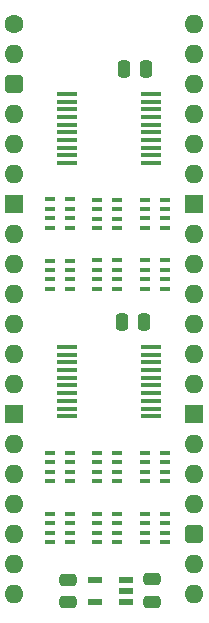
<source format=gts>
%TF.GenerationSoftware,KiCad,Pcbnew,9.0.2*%
%TF.CreationDate,2025-06-27T14:34:08+02:00*%
%TF.ProjectId,Data and Signal Buffer,44617461-2061-46e6-9420-5369676e616c,V0*%
%TF.SameCoordinates,Original*%
%TF.FileFunction,Soldermask,Top*%
%TF.FilePolarity,Negative*%
%FSLAX46Y46*%
G04 Gerber Fmt 4.6, Leading zero omitted, Abs format (unit mm)*
G04 Created by KiCad (PCBNEW 9.0.2) date 2025-06-27 14:34:08*
%MOMM*%
%LPD*%
G01*
G04 APERTURE LIST*
G04 Aperture macros list*
%AMRoundRect*
0 Rectangle with rounded corners*
0 $1 Rounding radius*
0 $2 $3 $4 $5 $6 $7 $8 $9 X,Y pos of 4 corners*
0 Add a 4 corners polygon primitive as box body*
4,1,4,$2,$3,$4,$5,$6,$7,$8,$9,$2,$3,0*
0 Add four circle primitives for the rounded corners*
1,1,$1+$1,$2,$3*
1,1,$1+$1,$4,$5*
1,1,$1+$1,$6,$7*
1,1,$1+$1,$8,$9*
0 Add four rect primitives between the rounded corners*
20,1,$1+$1,$2,$3,$4,$5,0*
20,1,$1+$1,$4,$5,$6,$7,0*
20,1,$1+$1,$6,$7,$8,$9,0*
20,1,$1+$1,$8,$9,$2,$3,0*%
G04 Aperture macros list end*
%ADD10R,1.800000X0.450000*%
%ADD11R,0.950000X0.450000*%
%ADD12RoundRect,0.250000X0.475000X-0.250000X0.475000X0.250000X-0.475000X0.250000X-0.475000X-0.250000X0*%
%ADD13R,0.900000X0.450000*%
%ADD14RoundRect,0.250000X0.250000X0.475000X-0.250000X0.475000X-0.250000X-0.475000X0.250000X-0.475000X0*%
%ADD15RoundRect,0.250000X-0.475000X0.250000X-0.475000X-0.250000X0.475000X-0.250000X0.475000X0.250000X0*%
%ADD16R,1.150000X0.600000*%
%ADD17C,1.600000*%
%ADD18O,1.600000X1.600000*%
%ADD19RoundRect,0.400000X-0.400000X-0.400000X0.400000X-0.400000X0.400000X0.400000X-0.400000X0.400000X0*%
%ADD20R,1.600000X1.600000*%
G04 APERTURE END LIST*
D10*
%TO.C,IC2*%
X4490000Y-5943600D03*
X4490000Y-6593600D03*
X4490000Y-7243600D03*
X4490000Y-7893600D03*
X4490000Y-8543600D03*
X4490000Y-9193600D03*
X4490000Y-9843600D03*
X4490000Y-10493600D03*
X4490000Y-11143600D03*
X4490000Y-11793600D03*
X11590000Y-11793600D03*
X11590000Y-11143600D03*
X11590000Y-10493600D03*
X11590000Y-9843600D03*
X11590000Y-9193600D03*
X11590000Y-8543600D03*
X11590000Y-7893600D03*
X11590000Y-7243600D03*
X11590000Y-6593600D03*
X11590000Y-5943600D03*
%TD*%
D11*
%TO.C,CN1*%
X11088000Y-36316000D03*
X11088000Y-37116000D03*
X11088000Y-37916000D03*
X11088000Y-38716000D03*
X12788000Y-38716000D03*
X12788000Y-37916000D03*
X12788000Y-37116000D03*
X12788000Y-36316000D03*
%TD*%
D12*
%TO.C,C8*%
X11684000Y-48940000D03*
X11684000Y-47040000D03*
%TD*%
D13*
%TO.C,RN2*%
X4689000Y-43872000D03*
X4689000Y-43072000D03*
X4689000Y-42272000D03*
X4689000Y-41472000D03*
X2989000Y-41472000D03*
X2989000Y-42272000D03*
X2989000Y-43072000D03*
X2989000Y-43872000D03*
%TD*%
%TO.C,RN1*%
X4689000Y-38716000D03*
X4689000Y-37916000D03*
X4689000Y-37116000D03*
X4689000Y-36316000D03*
X2989000Y-36316000D03*
X2989000Y-37116000D03*
X2989000Y-37916000D03*
X2989000Y-38716000D03*
%TD*%
%TO.C,RN5*%
X8724000Y-38716000D03*
X8724000Y-37916000D03*
X8724000Y-37116000D03*
X8724000Y-36316000D03*
X7024000Y-36316000D03*
X7024000Y-37116000D03*
X7024000Y-37916000D03*
X7024000Y-38716000D03*
%TD*%
D11*
%TO.C,CN3*%
X11088000Y-20030200D03*
X11088000Y-20830200D03*
X11088000Y-21630200D03*
X11088000Y-22430200D03*
X12788000Y-22430200D03*
X12788000Y-21630200D03*
X12788000Y-20830200D03*
X12788000Y-20030200D03*
%TD*%
D13*
%TO.C,RN7*%
X8724000Y-22417800D03*
X8724000Y-21617800D03*
X8724000Y-20817800D03*
X8724000Y-20017800D03*
X7024000Y-20017800D03*
X7024000Y-20817800D03*
X7024000Y-21617800D03*
X7024000Y-22417800D03*
%TD*%
%TO.C,RN3*%
X4689000Y-17261600D03*
X4689000Y-16461600D03*
X4689000Y-15661600D03*
X4689000Y-14861600D03*
X2989000Y-14861600D03*
X2989000Y-15661600D03*
X2989000Y-16461600D03*
X2989000Y-17261600D03*
%TD*%
%TO.C,RN8*%
X8724000Y-17287000D03*
X8724000Y-16487000D03*
X8724000Y-15687000D03*
X8724000Y-14887000D03*
X7024000Y-14887000D03*
X7024000Y-15687000D03*
X7024000Y-16487000D03*
X7024000Y-17287000D03*
%TD*%
D11*
%TO.C,CN4*%
X11088000Y-14874000D03*
X11088000Y-15674000D03*
X11088000Y-16474000D03*
X11088000Y-17274000D03*
X12788000Y-17274000D03*
X12788000Y-16474000D03*
X12788000Y-15674000D03*
X12788000Y-14874000D03*
%TD*%
D14*
%TO.C,C2*%
X11138800Y-3788600D03*
X9238800Y-3788600D03*
%TD*%
D10*
%TO.C,IC1*%
X4490000Y-27371000D03*
X4490000Y-28021000D03*
X4490000Y-28671000D03*
X4490000Y-29321000D03*
X4490000Y-29971000D03*
X4490000Y-30621000D03*
X4490000Y-31271000D03*
X4490000Y-31921000D03*
X4490000Y-32571000D03*
X4490000Y-33221000D03*
X11590000Y-33221000D03*
X11590000Y-32571000D03*
X11590000Y-31921000D03*
X11590000Y-31271000D03*
X11590000Y-30621000D03*
X11590000Y-29971000D03*
X11590000Y-29321000D03*
X11590000Y-28671000D03*
X11590000Y-28021000D03*
X11590000Y-27371000D03*
%TD*%
D13*
%TO.C,RN4*%
X4689000Y-22443200D03*
X4689000Y-21643200D03*
X4689000Y-20843200D03*
X4689000Y-20043200D03*
X2989000Y-20043200D03*
X2989000Y-20843200D03*
X2989000Y-21643200D03*
X2989000Y-22443200D03*
%TD*%
D15*
%TO.C,C9*%
X4572000Y-47072000D03*
X4572000Y-48972000D03*
%TD*%
D11*
%TO.C,CN2*%
X11088000Y-41472000D03*
X11088000Y-42272000D03*
X11088000Y-43072000D03*
X11088000Y-43872000D03*
X12788000Y-43872000D03*
X12788000Y-43072000D03*
X12788000Y-42272000D03*
X12788000Y-41472000D03*
%TD*%
D16*
%TO.C,IC5*%
X9428000Y-48956000D03*
X9428000Y-48006000D03*
X9428000Y-47056000D03*
X6828000Y-47056000D03*
X6828000Y-48956000D03*
%TD*%
D14*
%TO.C,C1*%
X10967000Y-25216000D03*
X9067000Y-25216000D03*
%TD*%
D17*
%TO.C,J2*%
X0Y0D03*
D18*
X0Y-2540000D03*
D19*
X0Y-5080000D03*
D18*
X0Y-7620000D03*
X0Y-10160000D03*
X0Y-12700000D03*
D20*
X0Y-15240000D03*
D18*
X0Y-17780000D03*
X0Y-20320000D03*
X0Y-22860000D03*
X0Y-25400000D03*
X0Y-27940000D03*
X0Y-30480000D03*
D20*
X0Y-33020000D03*
D18*
X0Y-35560000D03*
X0Y-38100000D03*
X0Y-40640000D03*
X0Y-43180000D03*
X0Y-45720000D03*
X0Y-48260000D03*
X15240000Y-48260000D03*
X15240000Y-45720000D03*
D19*
X15240000Y-43180000D03*
D18*
X15240000Y-40640000D03*
X15240000Y-38100000D03*
X15240000Y-35560000D03*
D20*
X15240000Y-33020000D03*
D18*
X15240000Y-30480000D03*
X15240000Y-27940000D03*
X15240000Y-25400000D03*
X15240000Y-22860000D03*
X15240000Y-20320000D03*
X15240000Y-17780000D03*
D20*
X15240000Y-15240000D03*
D18*
X15240000Y-12700000D03*
X15240000Y-10160000D03*
X15240000Y-7620000D03*
X15240000Y-5080000D03*
X15240000Y-2540000D03*
X15240000Y0D03*
%TD*%
D13*
%TO.C,RN6*%
X8724000Y-43872000D03*
X8724000Y-43072000D03*
X8724000Y-42272000D03*
X8724000Y-41472000D03*
X7024000Y-41472000D03*
X7024000Y-42272000D03*
X7024000Y-43072000D03*
X7024000Y-43872000D03*
%TD*%
M02*

</source>
